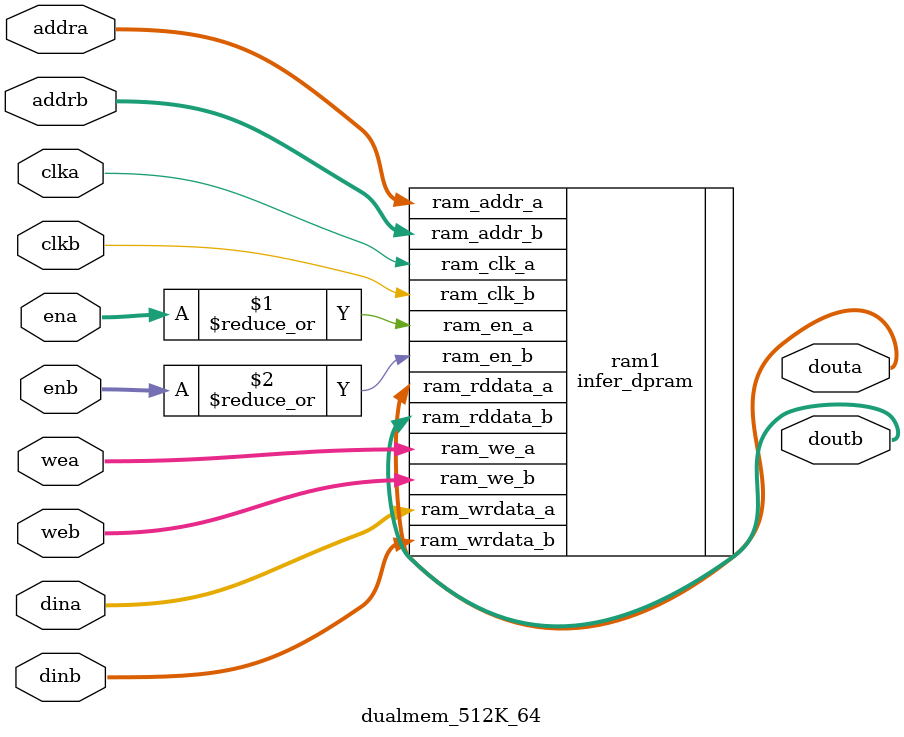
<source format=sv>

module dualmem_512K_64(clka, clkb, dina, dinb, addra, addrb, wea, web, douta, doutb, ena, enb);

   input wire clka, clkb;
   input [63:0] dina;
   input [63:0] dinb;
   input [12:0] addra;
   input [12:0] addrb;
   input [7:0]        wea;
   input [7:0]        web;
   input [7:0]        ena, enb;
   output [63:0]      douta;
   output [63:0]      doutb;

   genvar r;

`ifdef FPGA
   
   generate for (r = 0; r < 32; r=r+1)
     RAMB16_S2_S2
     RAMB16_S2_S2_inst
       (
        .CLKA   ( clka                     ),     // Port A Clock
        .DOA    ( douta[r*2 +: 2]          ),     // Port A 1-bit Data Output
        .ADDRA  ( addra                    ),     // Port A 13-bit Address Input
        .DIA    ( dina[r*2 +: 2]           ),     // Port A 1-bit Data Input
        .ENA    ( ena[r/4]                 ),     // Port A RAM Enable Input
        .SSRA   ( 1'b0                     ),     // Port A Synchronous Set/Reset Input
        .WEA    ( wea[r/4]                 ),     // Port A Write Enable Input
        .CLKB   ( clkb                     ),     // Port B Clock
        .DOB    ( doutb[r*2 +: 2]          ),     // Port B 1-bit Data Output
        .ADDRB  ( addrb                    ),     // Port B 13-bit Address Input
        .DIB    ( dinb[r*2 +: 2]           ),     // Port B 1-bit Data Input
        .ENB    ( enb[r/4]                 ),     // Port B RAM Enable Input
        .SSRB   ( 1'b0                     ),     // Port B Synchronous Set/Reset Input
        .WEB    ( web[r/4]                 )      // Port B Write Enable Input
        );
   endgenerate

`else // !`ifdef FPGA

infer_dpram #(.RAM_SIZE(13), .BYTE_WIDTH(8)) ram1 // RAM_SIZE is in words
(
.ram_clk_a(clka),
.ram_en_a(|ena),
.ram_we_a(wea),
.ram_addr_a(addra),
.ram_wrdata_a(dina),
.ram_rddata_a(douta),
.ram_clk_b(clkb),
.ram_en_b(|enb),
.ram_we_b(web),
.ram_addr_b(addrb),
.ram_wrdata_b(dinb),
.ram_rddata_b(doutb)
 );
   
`endif
   
endmodule // dualmem

</source>
